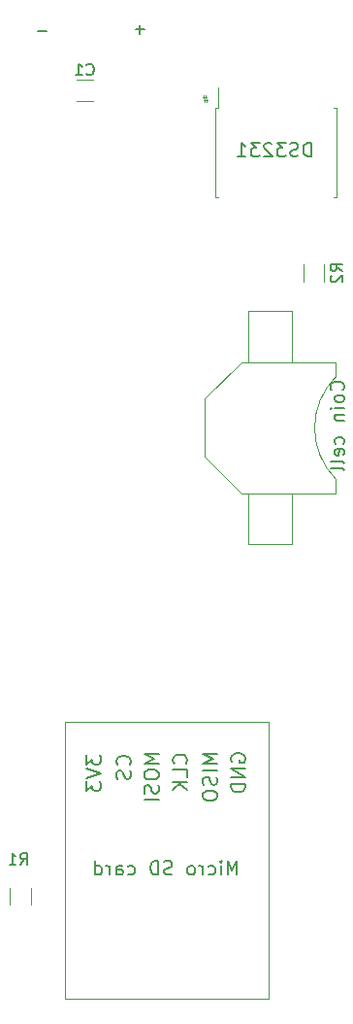
<source format=gbr>
%TF.GenerationSoftware,KiCad,Pcbnew,8.0.8*%
%TF.CreationDate,2025-07-07T15:36:10-04:00*%
%TF.ProjectId,V0.5.0,56302e35-2e30-42e6-9b69-6361645f7063,rev?*%
%TF.SameCoordinates,Original*%
%TF.FileFunction,Legend,Bot*%
%TF.FilePolarity,Positive*%
%FSLAX46Y46*%
G04 Gerber Fmt 4.6, Leading zero omitted, Abs format (unit mm)*
G04 Created by KiCad (PCBNEW 8.0.8) date 2025-07-07 15:36:10*
%MOMM*%
%LPD*%
G01*
G04 APERTURE LIST*
%ADD10C,0.200000*%
%ADD11C,0.100000*%
%ADD12C,0.150000*%
%ADD13C,0.120000*%
G04 APERTURE END LIST*
D10*
X128930457Y-61885715D02*
X128987600Y-61828572D01*
X128987600Y-61828572D02*
X129044742Y-61657144D01*
X129044742Y-61657144D02*
X129044742Y-61542858D01*
X129044742Y-61542858D02*
X128987600Y-61371429D01*
X128987600Y-61371429D02*
X128873314Y-61257144D01*
X128873314Y-61257144D02*
X128759028Y-61200001D01*
X128759028Y-61200001D02*
X128530457Y-61142858D01*
X128530457Y-61142858D02*
X128359028Y-61142858D01*
X128359028Y-61142858D02*
X128130457Y-61200001D01*
X128130457Y-61200001D02*
X128016171Y-61257144D01*
X128016171Y-61257144D02*
X127901885Y-61371429D01*
X127901885Y-61371429D02*
X127844742Y-61542858D01*
X127844742Y-61542858D02*
X127844742Y-61657144D01*
X127844742Y-61657144D02*
X127901885Y-61828572D01*
X127901885Y-61828572D02*
X127959028Y-61885715D01*
X129044742Y-62571429D02*
X128987600Y-62457144D01*
X128987600Y-62457144D02*
X128930457Y-62400001D01*
X128930457Y-62400001D02*
X128816171Y-62342858D01*
X128816171Y-62342858D02*
X128473314Y-62342858D01*
X128473314Y-62342858D02*
X128359028Y-62400001D01*
X128359028Y-62400001D02*
X128301885Y-62457144D01*
X128301885Y-62457144D02*
X128244742Y-62571429D01*
X128244742Y-62571429D02*
X128244742Y-62742858D01*
X128244742Y-62742858D02*
X128301885Y-62857144D01*
X128301885Y-62857144D02*
X128359028Y-62914287D01*
X128359028Y-62914287D02*
X128473314Y-62971429D01*
X128473314Y-62971429D02*
X128816171Y-62971429D01*
X128816171Y-62971429D02*
X128930457Y-62914287D01*
X128930457Y-62914287D02*
X128987600Y-62857144D01*
X128987600Y-62857144D02*
X129044742Y-62742858D01*
X129044742Y-62742858D02*
X129044742Y-62571429D01*
X129044742Y-63485715D02*
X128244742Y-63485715D01*
X127844742Y-63485715D02*
X127901885Y-63428572D01*
X127901885Y-63428572D02*
X127959028Y-63485715D01*
X127959028Y-63485715D02*
X127901885Y-63542858D01*
X127901885Y-63542858D02*
X127844742Y-63485715D01*
X127844742Y-63485715D02*
X127959028Y-63485715D01*
X128244742Y-64057144D02*
X129044742Y-64057144D01*
X128359028Y-64057144D02*
X128301885Y-64114287D01*
X128301885Y-64114287D02*
X128244742Y-64228572D01*
X128244742Y-64228572D02*
X128244742Y-64400001D01*
X128244742Y-64400001D02*
X128301885Y-64514287D01*
X128301885Y-64514287D02*
X128416171Y-64571430D01*
X128416171Y-64571430D02*
X129044742Y-64571430D01*
X128987600Y-66571430D02*
X129044742Y-66457144D01*
X129044742Y-66457144D02*
X129044742Y-66228572D01*
X129044742Y-66228572D02*
X128987600Y-66114287D01*
X128987600Y-66114287D02*
X128930457Y-66057144D01*
X128930457Y-66057144D02*
X128816171Y-66000001D01*
X128816171Y-66000001D02*
X128473314Y-66000001D01*
X128473314Y-66000001D02*
X128359028Y-66057144D01*
X128359028Y-66057144D02*
X128301885Y-66114287D01*
X128301885Y-66114287D02*
X128244742Y-66228572D01*
X128244742Y-66228572D02*
X128244742Y-66457144D01*
X128244742Y-66457144D02*
X128301885Y-66571430D01*
X128987600Y-67542858D02*
X129044742Y-67428572D01*
X129044742Y-67428572D02*
X129044742Y-67200001D01*
X129044742Y-67200001D02*
X128987600Y-67085715D01*
X128987600Y-67085715D02*
X128873314Y-67028572D01*
X128873314Y-67028572D02*
X128416171Y-67028572D01*
X128416171Y-67028572D02*
X128301885Y-67085715D01*
X128301885Y-67085715D02*
X128244742Y-67200001D01*
X128244742Y-67200001D02*
X128244742Y-67428572D01*
X128244742Y-67428572D02*
X128301885Y-67542858D01*
X128301885Y-67542858D02*
X128416171Y-67600001D01*
X128416171Y-67600001D02*
X128530457Y-67600001D01*
X128530457Y-67600001D02*
X128644742Y-67028572D01*
X129044742Y-68285714D02*
X128987600Y-68171429D01*
X128987600Y-68171429D02*
X128873314Y-68114286D01*
X128873314Y-68114286D02*
X127844742Y-68114286D01*
X129044742Y-68914285D02*
X128987600Y-68800000D01*
X128987600Y-68800000D02*
X128873314Y-68742857D01*
X128873314Y-68742857D02*
X127844742Y-68742857D01*
X126171427Y-41544742D02*
X126171427Y-40344742D01*
X126171427Y-40344742D02*
X125885713Y-40344742D01*
X125885713Y-40344742D02*
X125714284Y-40401885D01*
X125714284Y-40401885D02*
X125599999Y-40516171D01*
X125599999Y-40516171D02*
X125542856Y-40630457D01*
X125542856Y-40630457D02*
X125485713Y-40859028D01*
X125485713Y-40859028D02*
X125485713Y-41030457D01*
X125485713Y-41030457D02*
X125542856Y-41259028D01*
X125542856Y-41259028D02*
X125599999Y-41373314D01*
X125599999Y-41373314D02*
X125714284Y-41487600D01*
X125714284Y-41487600D02*
X125885713Y-41544742D01*
X125885713Y-41544742D02*
X126171427Y-41544742D01*
X125028570Y-41487600D02*
X124857142Y-41544742D01*
X124857142Y-41544742D02*
X124571427Y-41544742D01*
X124571427Y-41544742D02*
X124457142Y-41487600D01*
X124457142Y-41487600D02*
X124399999Y-41430457D01*
X124399999Y-41430457D02*
X124342856Y-41316171D01*
X124342856Y-41316171D02*
X124342856Y-41201885D01*
X124342856Y-41201885D02*
X124399999Y-41087600D01*
X124399999Y-41087600D02*
X124457142Y-41030457D01*
X124457142Y-41030457D02*
X124571427Y-40973314D01*
X124571427Y-40973314D02*
X124799999Y-40916171D01*
X124799999Y-40916171D02*
X124914284Y-40859028D01*
X124914284Y-40859028D02*
X124971427Y-40801885D01*
X124971427Y-40801885D02*
X125028570Y-40687600D01*
X125028570Y-40687600D02*
X125028570Y-40573314D01*
X125028570Y-40573314D02*
X124971427Y-40459028D01*
X124971427Y-40459028D02*
X124914284Y-40401885D01*
X124914284Y-40401885D02*
X124799999Y-40344742D01*
X124799999Y-40344742D02*
X124514284Y-40344742D01*
X124514284Y-40344742D02*
X124342856Y-40401885D01*
X123942856Y-40344742D02*
X123199999Y-40344742D01*
X123199999Y-40344742D02*
X123599999Y-40801885D01*
X123599999Y-40801885D02*
X123428570Y-40801885D01*
X123428570Y-40801885D02*
X123314285Y-40859028D01*
X123314285Y-40859028D02*
X123257142Y-40916171D01*
X123257142Y-40916171D02*
X123199999Y-41030457D01*
X123199999Y-41030457D02*
X123199999Y-41316171D01*
X123199999Y-41316171D02*
X123257142Y-41430457D01*
X123257142Y-41430457D02*
X123314285Y-41487600D01*
X123314285Y-41487600D02*
X123428570Y-41544742D01*
X123428570Y-41544742D02*
X123771427Y-41544742D01*
X123771427Y-41544742D02*
X123885713Y-41487600D01*
X123885713Y-41487600D02*
X123942856Y-41430457D01*
X122742856Y-40459028D02*
X122685713Y-40401885D01*
X122685713Y-40401885D02*
X122571428Y-40344742D01*
X122571428Y-40344742D02*
X122285713Y-40344742D01*
X122285713Y-40344742D02*
X122171428Y-40401885D01*
X122171428Y-40401885D02*
X122114285Y-40459028D01*
X122114285Y-40459028D02*
X122057142Y-40573314D01*
X122057142Y-40573314D02*
X122057142Y-40687600D01*
X122057142Y-40687600D02*
X122114285Y-40859028D01*
X122114285Y-40859028D02*
X122799999Y-41544742D01*
X122799999Y-41544742D02*
X122057142Y-41544742D01*
X121657142Y-40344742D02*
X120914285Y-40344742D01*
X120914285Y-40344742D02*
X121314285Y-40801885D01*
X121314285Y-40801885D02*
X121142856Y-40801885D01*
X121142856Y-40801885D02*
X121028571Y-40859028D01*
X121028571Y-40859028D02*
X120971428Y-40916171D01*
X120971428Y-40916171D02*
X120914285Y-41030457D01*
X120914285Y-41030457D02*
X120914285Y-41316171D01*
X120914285Y-41316171D02*
X120971428Y-41430457D01*
X120971428Y-41430457D02*
X121028571Y-41487600D01*
X121028571Y-41487600D02*
X121142856Y-41544742D01*
X121142856Y-41544742D02*
X121485713Y-41544742D01*
X121485713Y-41544742D02*
X121599999Y-41487600D01*
X121599999Y-41487600D02*
X121657142Y-41430457D01*
X119771428Y-41544742D02*
X120457142Y-41544742D01*
X120114285Y-41544742D02*
X120114285Y-40344742D01*
X120114285Y-40344742D02*
X120228571Y-40516171D01*
X120228571Y-40516171D02*
X120342856Y-40630457D01*
X120342856Y-40630457D02*
X120457142Y-40687600D01*
X119671427Y-104144742D02*
X119671427Y-102944742D01*
X119671427Y-102944742D02*
X119271427Y-103801885D01*
X119271427Y-103801885D02*
X118871427Y-102944742D01*
X118871427Y-102944742D02*
X118871427Y-104144742D01*
X118299998Y-104144742D02*
X118299998Y-103344742D01*
X118299998Y-102944742D02*
X118357141Y-103001885D01*
X118357141Y-103001885D02*
X118299998Y-103059028D01*
X118299998Y-103059028D02*
X118242855Y-103001885D01*
X118242855Y-103001885D02*
X118299998Y-102944742D01*
X118299998Y-102944742D02*
X118299998Y-103059028D01*
X117214284Y-104087600D02*
X117328569Y-104144742D01*
X117328569Y-104144742D02*
X117557141Y-104144742D01*
X117557141Y-104144742D02*
X117671426Y-104087600D01*
X117671426Y-104087600D02*
X117728569Y-104030457D01*
X117728569Y-104030457D02*
X117785712Y-103916171D01*
X117785712Y-103916171D02*
X117785712Y-103573314D01*
X117785712Y-103573314D02*
X117728569Y-103459028D01*
X117728569Y-103459028D02*
X117671426Y-103401885D01*
X117671426Y-103401885D02*
X117557141Y-103344742D01*
X117557141Y-103344742D02*
X117328569Y-103344742D01*
X117328569Y-103344742D02*
X117214284Y-103401885D01*
X116699998Y-104144742D02*
X116699998Y-103344742D01*
X116699998Y-103573314D02*
X116642855Y-103459028D01*
X116642855Y-103459028D02*
X116585713Y-103401885D01*
X116585713Y-103401885D02*
X116471427Y-103344742D01*
X116471427Y-103344742D02*
X116357141Y-103344742D01*
X115785713Y-104144742D02*
X115899998Y-104087600D01*
X115899998Y-104087600D02*
X115957141Y-104030457D01*
X115957141Y-104030457D02*
X116014284Y-103916171D01*
X116014284Y-103916171D02*
X116014284Y-103573314D01*
X116014284Y-103573314D02*
X115957141Y-103459028D01*
X115957141Y-103459028D02*
X115899998Y-103401885D01*
X115899998Y-103401885D02*
X115785713Y-103344742D01*
X115785713Y-103344742D02*
X115614284Y-103344742D01*
X115614284Y-103344742D02*
X115499998Y-103401885D01*
X115499998Y-103401885D02*
X115442856Y-103459028D01*
X115442856Y-103459028D02*
X115385713Y-103573314D01*
X115385713Y-103573314D02*
X115385713Y-103916171D01*
X115385713Y-103916171D02*
X115442856Y-104030457D01*
X115442856Y-104030457D02*
X115499998Y-104087600D01*
X115499998Y-104087600D02*
X115614284Y-104144742D01*
X115614284Y-104144742D02*
X115785713Y-104144742D01*
X114014284Y-104087600D02*
X113842856Y-104144742D01*
X113842856Y-104144742D02*
X113557141Y-104144742D01*
X113557141Y-104144742D02*
X113442856Y-104087600D01*
X113442856Y-104087600D02*
X113385713Y-104030457D01*
X113385713Y-104030457D02*
X113328570Y-103916171D01*
X113328570Y-103916171D02*
X113328570Y-103801885D01*
X113328570Y-103801885D02*
X113385713Y-103687600D01*
X113385713Y-103687600D02*
X113442856Y-103630457D01*
X113442856Y-103630457D02*
X113557141Y-103573314D01*
X113557141Y-103573314D02*
X113785713Y-103516171D01*
X113785713Y-103516171D02*
X113899998Y-103459028D01*
X113899998Y-103459028D02*
X113957141Y-103401885D01*
X113957141Y-103401885D02*
X114014284Y-103287600D01*
X114014284Y-103287600D02*
X114014284Y-103173314D01*
X114014284Y-103173314D02*
X113957141Y-103059028D01*
X113957141Y-103059028D02*
X113899998Y-103001885D01*
X113899998Y-103001885D02*
X113785713Y-102944742D01*
X113785713Y-102944742D02*
X113499998Y-102944742D01*
X113499998Y-102944742D02*
X113328570Y-103001885D01*
X112814284Y-104144742D02*
X112814284Y-102944742D01*
X112814284Y-102944742D02*
X112528570Y-102944742D01*
X112528570Y-102944742D02*
X112357141Y-103001885D01*
X112357141Y-103001885D02*
X112242856Y-103116171D01*
X112242856Y-103116171D02*
X112185713Y-103230457D01*
X112185713Y-103230457D02*
X112128570Y-103459028D01*
X112128570Y-103459028D02*
X112128570Y-103630457D01*
X112128570Y-103630457D02*
X112185713Y-103859028D01*
X112185713Y-103859028D02*
X112242856Y-103973314D01*
X112242856Y-103973314D02*
X112357141Y-104087600D01*
X112357141Y-104087600D02*
X112528570Y-104144742D01*
X112528570Y-104144742D02*
X112814284Y-104144742D01*
X110185713Y-104087600D02*
X110299998Y-104144742D01*
X110299998Y-104144742D02*
X110528570Y-104144742D01*
X110528570Y-104144742D02*
X110642855Y-104087600D01*
X110642855Y-104087600D02*
X110699998Y-104030457D01*
X110699998Y-104030457D02*
X110757141Y-103916171D01*
X110757141Y-103916171D02*
X110757141Y-103573314D01*
X110757141Y-103573314D02*
X110699998Y-103459028D01*
X110699998Y-103459028D02*
X110642855Y-103401885D01*
X110642855Y-103401885D02*
X110528570Y-103344742D01*
X110528570Y-103344742D02*
X110299998Y-103344742D01*
X110299998Y-103344742D02*
X110185713Y-103401885D01*
X109157142Y-104144742D02*
X109157142Y-103516171D01*
X109157142Y-103516171D02*
X109214284Y-103401885D01*
X109214284Y-103401885D02*
X109328570Y-103344742D01*
X109328570Y-103344742D02*
X109557142Y-103344742D01*
X109557142Y-103344742D02*
X109671427Y-103401885D01*
X109157142Y-104087600D02*
X109271427Y-104144742D01*
X109271427Y-104144742D02*
X109557142Y-104144742D01*
X109557142Y-104144742D02*
X109671427Y-104087600D01*
X109671427Y-104087600D02*
X109728570Y-103973314D01*
X109728570Y-103973314D02*
X109728570Y-103859028D01*
X109728570Y-103859028D02*
X109671427Y-103744742D01*
X109671427Y-103744742D02*
X109557142Y-103687600D01*
X109557142Y-103687600D02*
X109271427Y-103687600D01*
X109271427Y-103687600D02*
X109157142Y-103630457D01*
X108585713Y-104144742D02*
X108585713Y-103344742D01*
X108585713Y-103573314D02*
X108528570Y-103459028D01*
X108528570Y-103459028D02*
X108471428Y-103401885D01*
X108471428Y-103401885D02*
X108357142Y-103344742D01*
X108357142Y-103344742D02*
X108242856Y-103344742D01*
X107328571Y-104144742D02*
X107328571Y-102944742D01*
X107328571Y-104087600D02*
X107442856Y-104144742D01*
X107442856Y-104144742D02*
X107671428Y-104144742D01*
X107671428Y-104144742D02*
X107785713Y-104087600D01*
X107785713Y-104087600D02*
X107842856Y-104030457D01*
X107842856Y-104030457D02*
X107899999Y-103916171D01*
X107899999Y-103916171D02*
X107899999Y-103573314D01*
X107899999Y-103573314D02*
X107842856Y-103459028D01*
X107842856Y-103459028D02*
X107785713Y-103401885D01*
X107785713Y-103401885D02*
X107671428Y-103344742D01*
X107671428Y-103344742D02*
X107442856Y-103344742D01*
X107442856Y-103344742D02*
X107328571Y-103401885D01*
D11*
X116745238Y-36607223D02*
X117102380Y-36607223D01*
X116888095Y-36821509D02*
X116745238Y-36178652D01*
X117054761Y-36392938D02*
X116697619Y-36392938D01*
X116911904Y-36178652D02*
X117054761Y-36821509D01*
D12*
X106566666Y-34359580D02*
X106614285Y-34407200D01*
X106614285Y-34407200D02*
X106757142Y-34454819D01*
X106757142Y-34454819D02*
X106852380Y-34454819D01*
X106852380Y-34454819D02*
X106995237Y-34407200D01*
X106995237Y-34407200D02*
X107090475Y-34311961D01*
X107090475Y-34311961D02*
X107138094Y-34216723D01*
X107138094Y-34216723D02*
X107185713Y-34026247D01*
X107185713Y-34026247D02*
X107185713Y-33883390D01*
X107185713Y-33883390D02*
X107138094Y-33692914D01*
X107138094Y-33692914D02*
X107090475Y-33597676D01*
X107090475Y-33597676D02*
X106995237Y-33502438D01*
X106995237Y-33502438D02*
X106852380Y-33454819D01*
X106852380Y-33454819D02*
X106757142Y-33454819D01*
X106757142Y-33454819D02*
X106614285Y-33502438D01*
X106614285Y-33502438D02*
X106566666Y-33550057D01*
X105614285Y-34454819D02*
X106185713Y-34454819D01*
X105899999Y-34454819D02*
X105899999Y-33454819D01*
X105899999Y-33454819D02*
X105995237Y-33597676D01*
X105995237Y-33597676D02*
X106090475Y-33692914D01*
X106090475Y-33692914D02*
X106185713Y-33740533D01*
X128854819Y-51533333D02*
X128378628Y-51200000D01*
X128854819Y-50961905D02*
X127854819Y-50961905D01*
X127854819Y-50961905D02*
X127854819Y-51342857D01*
X127854819Y-51342857D02*
X127902438Y-51438095D01*
X127902438Y-51438095D02*
X127950057Y-51485714D01*
X127950057Y-51485714D02*
X128045295Y-51533333D01*
X128045295Y-51533333D02*
X128188152Y-51533333D01*
X128188152Y-51533333D02*
X128283390Y-51485714D01*
X128283390Y-51485714D02*
X128331009Y-51438095D01*
X128331009Y-51438095D02*
X128378628Y-51342857D01*
X128378628Y-51342857D02*
X128378628Y-50961905D01*
X127950057Y-51914286D02*
X127902438Y-51961905D01*
X127902438Y-51961905D02*
X127854819Y-52057143D01*
X127854819Y-52057143D02*
X127854819Y-52295238D01*
X127854819Y-52295238D02*
X127902438Y-52390476D01*
X127902438Y-52390476D02*
X127950057Y-52438095D01*
X127950057Y-52438095D02*
X128045295Y-52485714D01*
X128045295Y-52485714D02*
X128140533Y-52485714D01*
X128140533Y-52485714D02*
X128283390Y-52438095D01*
X128283390Y-52438095D02*
X128854819Y-51866667D01*
X128854819Y-51866667D02*
X128854819Y-52485714D01*
X110308773Y-94568333D02*
X110369250Y-94507857D01*
X110369250Y-94507857D02*
X110429726Y-94326428D01*
X110429726Y-94326428D02*
X110429726Y-94205476D01*
X110429726Y-94205476D02*
X110369250Y-94024047D01*
X110369250Y-94024047D02*
X110248297Y-93903095D01*
X110248297Y-93903095D02*
X110127345Y-93842618D01*
X110127345Y-93842618D02*
X109885440Y-93782142D01*
X109885440Y-93782142D02*
X109704011Y-93782142D01*
X109704011Y-93782142D02*
X109462107Y-93842618D01*
X109462107Y-93842618D02*
X109341154Y-93903095D01*
X109341154Y-93903095D02*
X109220202Y-94024047D01*
X109220202Y-94024047D02*
X109159726Y-94205476D01*
X109159726Y-94205476D02*
X109159726Y-94326428D01*
X109159726Y-94326428D02*
X109220202Y-94507857D01*
X109220202Y-94507857D02*
X109280678Y-94568333D01*
X110369250Y-95052142D02*
X110429726Y-95233571D01*
X110429726Y-95233571D02*
X110429726Y-95535952D01*
X110429726Y-95535952D02*
X110369250Y-95656904D01*
X110369250Y-95656904D02*
X110308773Y-95717380D01*
X110308773Y-95717380D02*
X110187821Y-95777857D01*
X110187821Y-95777857D02*
X110066869Y-95777857D01*
X110066869Y-95777857D02*
X109945916Y-95717380D01*
X109945916Y-95717380D02*
X109885440Y-95656904D01*
X109885440Y-95656904D02*
X109824964Y-95535952D01*
X109824964Y-95535952D02*
X109764488Y-95294047D01*
X109764488Y-95294047D02*
X109704011Y-95173095D01*
X109704011Y-95173095D02*
X109643535Y-95112618D01*
X109643535Y-95112618D02*
X109522583Y-95052142D01*
X109522583Y-95052142D02*
X109401630Y-95052142D01*
X109401630Y-95052142D02*
X109280678Y-95112618D01*
X109280678Y-95112618D02*
X109220202Y-95173095D01*
X109220202Y-95173095D02*
X109159726Y-95294047D01*
X109159726Y-95294047D02*
X109159726Y-95596428D01*
X109159726Y-95596428D02*
X109220202Y-95777857D01*
X119220202Y-94272381D02*
X119159726Y-94151428D01*
X119159726Y-94151428D02*
X119159726Y-93970000D01*
X119159726Y-93970000D02*
X119220202Y-93788571D01*
X119220202Y-93788571D02*
X119341154Y-93667619D01*
X119341154Y-93667619D02*
X119462107Y-93607142D01*
X119462107Y-93607142D02*
X119704011Y-93546666D01*
X119704011Y-93546666D02*
X119885440Y-93546666D01*
X119885440Y-93546666D02*
X120127345Y-93607142D01*
X120127345Y-93607142D02*
X120248297Y-93667619D01*
X120248297Y-93667619D02*
X120369250Y-93788571D01*
X120369250Y-93788571D02*
X120429726Y-93970000D01*
X120429726Y-93970000D02*
X120429726Y-94090952D01*
X120429726Y-94090952D02*
X120369250Y-94272381D01*
X120369250Y-94272381D02*
X120308773Y-94332857D01*
X120308773Y-94332857D02*
X119885440Y-94332857D01*
X119885440Y-94332857D02*
X119885440Y-94090952D01*
X120429726Y-94877142D02*
X119159726Y-94877142D01*
X119159726Y-94877142D02*
X120429726Y-95602857D01*
X120429726Y-95602857D02*
X119159726Y-95602857D01*
X120429726Y-96207618D02*
X119159726Y-96207618D01*
X119159726Y-96207618D02*
X119159726Y-96509999D01*
X119159726Y-96509999D02*
X119220202Y-96691428D01*
X119220202Y-96691428D02*
X119341154Y-96812380D01*
X119341154Y-96812380D02*
X119462107Y-96872857D01*
X119462107Y-96872857D02*
X119704011Y-96933333D01*
X119704011Y-96933333D02*
X119885440Y-96933333D01*
X119885440Y-96933333D02*
X120127345Y-96872857D01*
X120127345Y-96872857D02*
X120248297Y-96812380D01*
X120248297Y-96812380D02*
X120369250Y-96691428D01*
X120369250Y-96691428D02*
X120429726Y-96509999D01*
X120429726Y-96509999D02*
X120429726Y-96207618D01*
X115238773Y-94454048D02*
X115299250Y-94393572D01*
X115299250Y-94393572D02*
X115359726Y-94212143D01*
X115359726Y-94212143D02*
X115359726Y-94091191D01*
X115359726Y-94091191D02*
X115299250Y-93909762D01*
X115299250Y-93909762D02*
X115178297Y-93788810D01*
X115178297Y-93788810D02*
X115057345Y-93728333D01*
X115057345Y-93728333D02*
X114815440Y-93667857D01*
X114815440Y-93667857D02*
X114634011Y-93667857D01*
X114634011Y-93667857D02*
X114392107Y-93728333D01*
X114392107Y-93728333D02*
X114271154Y-93788810D01*
X114271154Y-93788810D02*
X114150202Y-93909762D01*
X114150202Y-93909762D02*
X114089726Y-94091191D01*
X114089726Y-94091191D02*
X114089726Y-94212143D01*
X114089726Y-94212143D02*
X114150202Y-94393572D01*
X114150202Y-94393572D02*
X114210678Y-94454048D01*
X115359726Y-95603095D02*
X115359726Y-94998333D01*
X115359726Y-94998333D02*
X114089726Y-94998333D01*
X115359726Y-96026428D02*
X114089726Y-96026428D01*
X115359726Y-96752143D02*
X114634011Y-96207857D01*
X114089726Y-96752143D02*
X114815440Y-96026428D01*
X106539726Y-93717619D02*
X106539726Y-94503810D01*
X106539726Y-94503810D02*
X107023535Y-94080476D01*
X107023535Y-94080476D02*
X107023535Y-94261905D01*
X107023535Y-94261905D02*
X107084011Y-94382857D01*
X107084011Y-94382857D02*
X107144488Y-94443333D01*
X107144488Y-94443333D02*
X107265440Y-94503810D01*
X107265440Y-94503810D02*
X107567821Y-94503810D01*
X107567821Y-94503810D02*
X107688773Y-94443333D01*
X107688773Y-94443333D02*
X107749250Y-94382857D01*
X107749250Y-94382857D02*
X107809726Y-94261905D01*
X107809726Y-94261905D02*
X107809726Y-93899048D01*
X107809726Y-93899048D02*
X107749250Y-93778095D01*
X107749250Y-93778095D02*
X107688773Y-93717619D01*
X106539726Y-94866667D02*
X107809726Y-95290000D01*
X107809726Y-95290000D02*
X106539726Y-95713334D01*
X106539726Y-96015714D02*
X106539726Y-96801905D01*
X106539726Y-96801905D02*
X107023535Y-96378571D01*
X107023535Y-96378571D02*
X107023535Y-96560000D01*
X107023535Y-96560000D02*
X107084011Y-96680952D01*
X107084011Y-96680952D02*
X107144488Y-96741428D01*
X107144488Y-96741428D02*
X107265440Y-96801905D01*
X107265440Y-96801905D02*
X107567821Y-96801905D01*
X107567821Y-96801905D02*
X107688773Y-96741428D01*
X107688773Y-96741428D02*
X107749250Y-96680952D01*
X107749250Y-96680952D02*
X107809726Y-96560000D01*
X107809726Y-96560000D02*
X107809726Y-96197143D01*
X107809726Y-96197143D02*
X107749250Y-96076190D01*
X107749250Y-96076190D02*
X107688773Y-96015714D01*
X117979726Y-93614285D02*
X116709726Y-93614285D01*
X116709726Y-93614285D02*
X117616869Y-94037619D01*
X117616869Y-94037619D02*
X116709726Y-94460952D01*
X116709726Y-94460952D02*
X117979726Y-94460952D01*
X117979726Y-95065714D02*
X116709726Y-95065714D01*
X117919250Y-95610000D02*
X117979726Y-95791429D01*
X117979726Y-95791429D02*
X117979726Y-96093810D01*
X117979726Y-96093810D02*
X117919250Y-96214762D01*
X117919250Y-96214762D02*
X117858773Y-96275238D01*
X117858773Y-96275238D02*
X117737821Y-96335715D01*
X117737821Y-96335715D02*
X117616869Y-96335715D01*
X117616869Y-96335715D02*
X117495916Y-96275238D01*
X117495916Y-96275238D02*
X117435440Y-96214762D01*
X117435440Y-96214762D02*
X117374964Y-96093810D01*
X117374964Y-96093810D02*
X117314488Y-95851905D01*
X117314488Y-95851905D02*
X117254011Y-95730953D01*
X117254011Y-95730953D02*
X117193535Y-95670476D01*
X117193535Y-95670476D02*
X117072583Y-95610000D01*
X117072583Y-95610000D02*
X116951630Y-95610000D01*
X116951630Y-95610000D02*
X116830678Y-95670476D01*
X116830678Y-95670476D02*
X116770202Y-95730953D01*
X116770202Y-95730953D02*
X116709726Y-95851905D01*
X116709726Y-95851905D02*
X116709726Y-96154286D01*
X116709726Y-96154286D02*
X116770202Y-96335715D01*
X116709726Y-97121905D02*
X116709726Y-97363810D01*
X116709726Y-97363810D02*
X116770202Y-97484762D01*
X116770202Y-97484762D02*
X116891154Y-97605715D01*
X116891154Y-97605715D02*
X117133059Y-97666191D01*
X117133059Y-97666191D02*
X117556392Y-97666191D01*
X117556392Y-97666191D02*
X117798297Y-97605715D01*
X117798297Y-97605715D02*
X117919250Y-97484762D01*
X117919250Y-97484762D02*
X117979726Y-97363810D01*
X117979726Y-97363810D02*
X117979726Y-97121905D01*
X117979726Y-97121905D02*
X117919250Y-97000953D01*
X117919250Y-97000953D02*
X117798297Y-96880000D01*
X117798297Y-96880000D02*
X117556392Y-96819524D01*
X117556392Y-96819524D02*
X117133059Y-96819524D01*
X117133059Y-96819524D02*
X116891154Y-96880000D01*
X116891154Y-96880000D02*
X116770202Y-97000953D01*
X116770202Y-97000953D02*
X116709726Y-97121905D01*
X112849726Y-93614285D02*
X111579726Y-93614285D01*
X111579726Y-93614285D02*
X112486869Y-94037619D01*
X112486869Y-94037619D02*
X111579726Y-94460952D01*
X111579726Y-94460952D02*
X112849726Y-94460952D01*
X111579726Y-95307619D02*
X111579726Y-95549524D01*
X111579726Y-95549524D02*
X111640202Y-95670476D01*
X111640202Y-95670476D02*
X111761154Y-95791429D01*
X111761154Y-95791429D02*
X112003059Y-95851905D01*
X112003059Y-95851905D02*
X112426392Y-95851905D01*
X112426392Y-95851905D02*
X112668297Y-95791429D01*
X112668297Y-95791429D02*
X112789250Y-95670476D01*
X112789250Y-95670476D02*
X112849726Y-95549524D01*
X112849726Y-95549524D02*
X112849726Y-95307619D01*
X112849726Y-95307619D02*
X112789250Y-95186667D01*
X112789250Y-95186667D02*
X112668297Y-95065714D01*
X112668297Y-95065714D02*
X112426392Y-95005238D01*
X112426392Y-95005238D02*
X112003059Y-95005238D01*
X112003059Y-95005238D02*
X111761154Y-95065714D01*
X111761154Y-95065714D02*
X111640202Y-95186667D01*
X111640202Y-95186667D02*
X111579726Y-95307619D01*
X112789250Y-96335714D02*
X112849726Y-96517143D01*
X112849726Y-96517143D02*
X112849726Y-96819524D01*
X112849726Y-96819524D02*
X112789250Y-96940476D01*
X112789250Y-96940476D02*
X112728773Y-97000952D01*
X112728773Y-97000952D02*
X112607821Y-97061429D01*
X112607821Y-97061429D02*
X112486869Y-97061429D01*
X112486869Y-97061429D02*
X112365916Y-97000952D01*
X112365916Y-97000952D02*
X112305440Y-96940476D01*
X112305440Y-96940476D02*
X112244964Y-96819524D01*
X112244964Y-96819524D02*
X112184488Y-96577619D01*
X112184488Y-96577619D02*
X112124011Y-96456667D01*
X112124011Y-96456667D02*
X112063535Y-96396190D01*
X112063535Y-96396190D02*
X111942583Y-96335714D01*
X111942583Y-96335714D02*
X111821630Y-96335714D01*
X111821630Y-96335714D02*
X111700678Y-96396190D01*
X111700678Y-96396190D02*
X111640202Y-96456667D01*
X111640202Y-96456667D02*
X111579726Y-96577619D01*
X111579726Y-96577619D02*
X111579726Y-96880000D01*
X111579726Y-96880000D02*
X111640202Y-97061429D01*
X112849726Y-97605714D02*
X111579726Y-97605714D01*
X100766666Y-103254819D02*
X101099999Y-102778628D01*
X101338094Y-103254819D02*
X101338094Y-102254819D01*
X101338094Y-102254819D02*
X100957142Y-102254819D01*
X100957142Y-102254819D02*
X100861904Y-102302438D01*
X100861904Y-102302438D02*
X100814285Y-102350057D01*
X100814285Y-102350057D02*
X100766666Y-102445295D01*
X100766666Y-102445295D02*
X100766666Y-102588152D01*
X100766666Y-102588152D02*
X100814285Y-102683390D01*
X100814285Y-102683390D02*
X100861904Y-102731009D01*
X100861904Y-102731009D02*
X100957142Y-102778628D01*
X100957142Y-102778628D02*
X101338094Y-102778628D01*
X99814285Y-103254819D02*
X100385713Y-103254819D01*
X100099999Y-103254819D02*
X100099999Y-102254819D01*
X100099999Y-102254819D02*
X100195237Y-102397676D01*
X100195237Y-102397676D02*
X100290475Y-102492914D01*
X100290475Y-102492914D02*
X100385713Y-102540533D01*
X103080951Y-30603866D02*
X102319047Y-30603866D01*
X111580951Y-30473866D02*
X110819047Y-30473866D01*
X111199999Y-30854819D02*
X111199999Y-30092914D01*
D13*
%TO.C,C1*%
X107111252Y-34890000D02*
X105688748Y-34890000D01*
X107111252Y-36710000D02*
X105688748Y-36710000D01*
%TO.C,R2*%
X125490000Y-50972936D02*
X125490000Y-52427064D01*
X127310000Y-50972936D02*
X127310000Y-52427064D01*
%TO.C,U6*%
X117840000Y-37340000D02*
X118095000Y-37340000D01*
X117840000Y-41200000D02*
X117840000Y-37340000D01*
X117840000Y-41200000D02*
X117840000Y-45060000D01*
X117840000Y-45060000D02*
X118095000Y-45060000D01*
X118095000Y-37340000D02*
X118095000Y-35525000D01*
X128360000Y-37340000D02*
X128105000Y-37340000D01*
X128360000Y-41200000D02*
X128360000Y-37340000D01*
X128360000Y-41200000D02*
X128360000Y-45060000D01*
X128360000Y-45060000D02*
X128105000Y-45060000D01*
%TO.C,BT1*%
X116885000Y-62660000D02*
X120060000Y-59485000D01*
X116885000Y-65200000D02*
X116885000Y-67740000D01*
X116885000Y-67740000D02*
X116885000Y-62660000D01*
X116885000Y-67740000D02*
X120060000Y-70915000D01*
X120695000Y-55040000D02*
X120695000Y-55675000D01*
X120695000Y-55675000D02*
X120695000Y-59485000D01*
X120695000Y-74725000D02*
X120695000Y-70915000D01*
X120695000Y-75360000D02*
X120695000Y-74725000D01*
X122600000Y-70915000D02*
X120060000Y-70915000D01*
X122600000Y-70915000D02*
X128315000Y-70915000D01*
X124505000Y-55040000D02*
X120695000Y-55040000D01*
X124505000Y-55675000D02*
X124505000Y-55040000D01*
X124505000Y-59485000D02*
X124505000Y-55675000D01*
X124505000Y-70915000D02*
X124505000Y-74725000D01*
X124505000Y-74725000D02*
X124505000Y-75360000D01*
X124505000Y-75360000D02*
X120695000Y-75360000D01*
X128315000Y-59485000D02*
X120060000Y-59485000D01*
X128315000Y-59485000D02*
X128315000Y-60755000D01*
X128315000Y-70915000D02*
X128315000Y-69645000D01*
X128315001Y-69644999D02*
G75*
G02*
X128315001Y-60755001I4444999J4444999D01*
G01*
%TO.C,U2*%
X104670000Y-90830000D02*
X104670000Y-114960000D01*
X104670000Y-114960000D02*
X122450000Y-114960000D01*
X122450000Y-90830000D02*
X104670000Y-90830000D01*
X122450000Y-114960000D02*
X122450000Y-90830000D01*
%TO.C,R1*%
X99890000Y-106727064D02*
X99890000Y-105272936D01*
X101710000Y-106727064D02*
X101710000Y-105272936D01*
%TD*%
M02*

</source>
